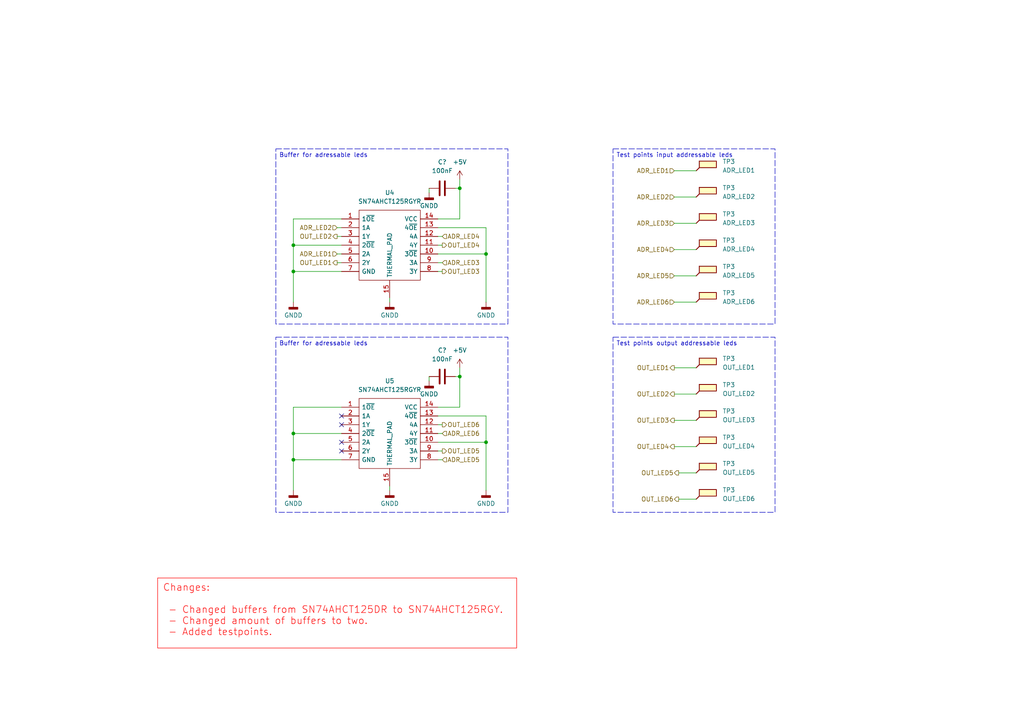
<source format=kicad_sch>
(kicad_sch (version 20230121) (generator eeschema)
  (paper "A4")
  (title_block (title "Led driver board BabySim") (date "9-12-2023") (rev "V3.0") (company "Health Concept Lab") (comment 1 "Author(s): Emiel Visser & Joris Bol"))
  (lib_symbols
    (symbol "Connector:TestPoint_Flag" (pin_numbers hide) (pin_names (offset 0.762) hide)
      (property "Reference" "TP" (at 3.429 1.778 0))
      (property "Value" "TestPoint_Flag" (at 3.302 4.191 0))
      (symbol "TestPoint_Flag_0_1"
        (polyline (pts (xy 0 0) (xy 0.889 0.889)) (stroke (width 0.254)))
        (rectangle (start 0.889 2.794) (end 5.842 0.889) (stroke (width 0.254)) (fill (type background)))
      )
      (symbol "TestPoint_Flag_1_1"
        (pin passive line (at 0 0 90) (length 0) (name "1") (number "1"))
      )
    )
    (symbol "Device:C" (pin_numbers hide) (pin_names (offset 0.254))
      (property "Reference" "C" (at 0.635 2.54 0))
      (property "Value" "C" (at 0.635 -2.54 0))
      (symbol "C_0_1"
        (polyline (pts (xy -2.032 -0.762) (xy 2.032 -0.762)) (stroke (width 0.508)))
        (polyline (pts (xy -2.032 0.762) (xy 2.032 0.762)) (stroke (width 0.508)))
      )
      (symbol "C_1_1"
        (pin passive line (at 0 3.81 270) (length 2.794) (name "~") (number "1"))
        (pin passive line (at 0 -3.81 90) (length 2.794) (name "~") (number "2"))
      )
    )
    (symbol "SamacSys_Parts:SN74AHCT125RGYR" (pin_names (offset 0.762))
      (property "Reference" "U600" (at 13.97 7.62 0))
      (property "Value" "SN74AHCT125RGYR" (at 13.97 5.08 0))
      (symbol "SN74AHCT125RGYR_0_0"
        (pin passive line (at 0 0 0) (length 5.08) (name "1~{OE}") (number "1"))
        (pin passive line (at 27.94 -10.16 180) (length 5.08) (name "3~{OE}") (number "10"))
        (pin passive line (at 27.94 -7.62 180) (length 5.08) (name "4Y") (number "11"))
        (pin passive line (at 27.94 -5.08 180) (length 5.08) (name "4A") (number "12"))
        (pin passive line (at 27.94 -2.54 180) (length 5.08) (name "4~{OE}") (number "13"))
        (pin passive line (at 27.94 0 180) (length 5.08) (name "VCC") (number "14"))
        (pin passive line (at 13.97 -22.86 90) (length 5.08) (name "THERMAL_PAD") (number "15"))
        (pin passive line (at 0 -2.54 0) (length 5.08) (name "1A") (number "2"))
        (pin passive line (at 0 -5.08 0) (length 5.08) (name "1Y") (number "3"))
        (pin passive line (at 0 -7.62 0) (length 5.08) (name "2~{OE}") (number "4"))
        (pin passive line (at 0 -10.16 0) (length 5.08) (name "2A") (number "5"))
        (pin passive line (at 0 -12.7 0) (length 5.08) (name "2Y") (number "6"))
        (pin passive line (at 0 -15.24 0) (length 5.08) (name "GND") (number "7"))
        (pin passive line (at 27.94 -15.24 180) (length 5.08) (name "3Y") (number "8"))
        (pin passive line (at 27.94 -12.7 180) (length 5.08) (name "3A") (number "9"))
      )
      (symbol "SN74AHCT125RGYR_0_1"
        (polyline (pts (xy 5.08 2.54) (xy 22.86 2.54) (xy 22.86 -17.78) (xy 5.08 -17.78) (xy 5.08 2.54)) (stroke (width 0.1524)))
      )
    )
    (symbol "power:+5V" (power) (pin_names (offset 0))
      (property "Value" "+5V" (at 0 3.556 0))
      (symbol "+5V_0_1"
        (polyline (pts (xy -0.762 1.27) (xy 0 2.54)))
        (polyline (pts (xy 0 0) (xy 0 2.54)))
        (polyline (pts (xy 0 2.54) (xy 0.762 1.27)))
      )
      (symbol "+5V_1_1"
        (pin power_in line (at 0 0 90) (length 0) hide (name "+5V") (number "1"))
      )
    )
    (symbol "power:GNDD" (power) (pin_names (offset 0))
      (property "Value" "GNDD" (at 0 -3.175 0))
      (symbol "GNDD_0_1"
        (rectangle (start -1.27 -1.524) (end 1.27 -2.032) (stroke (width 0.254)) (fill (type outline)))
        (polyline (pts (xy 0 0) (xy 0 -1.524)))
      )
      (symbol "GNDD_1_1"
        (pin power_in line (at 0 0 270) (length 0) hide (name "GNDD") (number "1"))
      )
    )
  )
  (junction (at 85.09 78.74))
  (junction (at 85.09 71.12))
  (junction (at 133.35 54.61))
  (junction (at 133.35 109.22))
  (junction (at 85.09 133.35))
  (junction (at 85.09 125.73))
  (junction (at 140.97 73.66))
  (junction (at 140.97 128.27))
  (no_connect (at 99.06 120.65))
  (no_connect (at 99.06 128.27))
  (no_connect (at 99.06 130.81))
  (no_connect (at 99.06 123.19))
  (wire (pts (xy 99.06 63.5) (xy 85.09 63.5)))
  (wire (pts (xy 127 118.11) (xy 133.35 118.11)))
  (wire (pts (xy 97.79 76.2) (xy 99.06 76.2)))
  (wire (pts (xy 127 73.66) (xy 140.97 73.66)))
  (wire (pts (xy 195.58 121.92) (xy 201.93 121.92)))
  (wire (pts (xy 127 128.27) (xy 140.97 128.27)))
  (wire (pts (xy 85.09 133.35) (xy 99.06 133.35)))
  (wire (pts (xy 85.09 78.74) (xy 99.06 78.74)))
  (wire (pts (xy 133.35 52.07) (xy 133.35 54.61)))
  (wire (pts (xy 113.03 87.63) (xy 113.03 86.36)))
  (wire (pts (xy 195.58 87.63) (xy 201.93 87.63)))
  (wire (pts (xy 195.58 49.53) (xy 201.93 49.53)))
  (wire (pts (xy 127 130.81) (xy 128.27 130.81)))
  (wire (pts (xy 113.03 142.24) (xy 113.03 140.97)))
  (wire (pts (xy 132.08 54.61) (xy 133.35 54.61)))
  (wire (pts (xy 195.58 106.68) (xy 201.93 106.68)))
  (wire (pts (xy 127 63.5) (xy 133.35 63.5)))
  (wire (pts (xy 133.35 118.11) (xy 133.35 109.22)))
  (wire (pts (xy 97.79 68.58) (xy 99.06 68.58)))
  (wire (pts (xy 85.09 125.73) (xy 85.09 133.35)))
  (wire (pts (xy 132.08 109.22) (xy 133.35 109.22)))
  (wire (pts (xy 133.35 63.5) (xy 133.35 54.61)))
  (wire (pts (xy 127 68.58) (xy 128.27 68.58)))
  (wire (pts (xy 85.09 71.12) (xy 85.09 78.74)))
  (wire (pts (xy 127 133.35) (xy 128.27 133.35)))
  (wire (pts (xy 85.09 118.11) (xy 85.09 125.73)))
  (wire (pts (xy 124.46 54.61) (xy 124.46 55.88)))
  (wire (pts (xy 124.46 109.22) (xy 124.46 110.49)))
  (wire (pts (xy 133.35 106.68) (xy 133.35 109.22)))
  (wire (pts (xy 196.85 137.16) (xy 201.93 137.16)))
  (wire (pts (xy 127 66.04) (xy 140.97 66.04)))
  (wire (pts (xy 97.79 66.04) (xy 99.06 66.04)))
  (wire (pts (xy 195.58 57.15) (xy 201.93 57.15)))
  (wire (pts (xy 85.09 71.12) (xy 99.06 71.12)))
  (wire (pts (xy 140.97 128.27) (xy 140.97 120.65)))
  (wire (pts (xy 85.09 78.74) (xy 85.09 87.63)))
  (wire (pts (xy 195.58 129.54) (xy 201.93 129.54)))
  (wire (pts (xy 97.79 73.66) (xy 99.06 73.66)))
  (wire (pts (xy 85.09 125.73) (xy 99.06 125.73)))
  (wire (pts (xy 140.97 66.04) (xy 140.97 73.66)))
  (wire (pts (xy 127 71.12) (xy 128.27 71.12)))
  (wire (pts (xy 140.97 142.24) (xy 140.97 128.27)))
  (wire (pts (xy 85.09 63.5) (xy 85.09 71.12)))
  (wire (pts (xy 99.06 118.11) (xy 85.09 118.11)))
  (wire (pts (xy 196.85 144.78) (xy 201.93 144.78)))
  (wire (pts (xy 85.09 142.24) (xy 85.09 133.35)))
  (wire (pts (xy 127 78.74) (xy 128.27 78.74)))
  (wire (pts (xy 127 123.19) (xy 128.27 123.19)))
  (wire (pts (xy 195.58 80.01) (xy 201.93 80.01)))
  (wire (pts (xy 195.58 64.77) (xy 201.93 64.77)))
  (wire (pts (xy 127 125.73) (xy 128.27 125.73)))
  (wire (pts (xy 140.97 73.66) (xy 140.97 87.63)))
  (wire (pts (xy 140.97 120.65) (xy 127 120.65)))
  (wire (pts (xy 195.58 114.3) (xy 201.93 114.3)))
  (wire (pts (xy 127 76.2) (xy 128.27 76.2)))
  (wire (pts (xy 195.58 72.39) (xy 201.93 72.39)))
  (text_box "Changes: \n\n - Changed buffers from SN74AHCT125DR to SN74AHCT125RGY.      \n - Changed amount of buffers to two.\n - Added testpoints." (at 45.72 167.64 0) (size 104.14 20.32) (stroke (width 0) (color 255 0 0 1)) (effects (font (size 2 2)) (justify left top)))
  (text_box "Test points output addressable leds" (at 177.8 97.79 0) (size 46.99 50.8) (stroke (width 0) (type dash)) (effects (font (size 1.27 1.27)) (justify left top)))
  (text_box "Buffer for adressable leds" (at 80.01 43.18 0) (size 67.31 50.8) (stroke (width 0) (type dash)) (effects (font (size 1.27 1.27)) (justify left top)))
  (text_box "Buffer for adressable leds" (at 80.01 97.79 0) (size 67.31 50.8) (stroke (width 0) (type dash)) (effects (font (size 1.27 1.27)) (justify left top)))
  (text_box "Test points input addressable leds" (at 177.8 43.18 0) (size 46.99 50.8) (stroke (width 0) (type dash)) (effects (font (size 1.27 1.27)) (justify left top)))
  (hierarchical_label "ADR_LED4" (shape input) (at 195.58 72.39 180))
  (hierarchical_label "ADR_LED5" (shape input) (at 195.58 80.01 180))
  (hierarchical_label "ADR_LED6" (shape input) (at 195.58 87.63 180))
  (hierarchical_label "OUT_LED1" (shape output) (at 97.79 76.2 180))
  (hierarchical_label "OUT_LED3" (shape output) (at 195.58 121.92 180))
  (hierarchical_label "ADR_LED5" (shape input) (at 128.27 133.35 0))
  (hierarchical_label "ADR_LED1" (shape input) (at 195.58 49.53 180))
  (hierarchical_label "OUT_LED4" (shape output) (at 128.27 71.12 0))
  (hierarchical_label "OUT_LED6" (shape output) (at 128.27 123.19 0))
  (hierarchical_label "ADR_LED2" (shape input) (at 195.58 57.15 180))
  (hierarchical_label "OUT_LED4" (shape output) (at 195.58 129.54 180))
  (hierarchical_label "ADR_LED6" (shape input) (at 128.27 125.73 0))
  (hierarchical_label "ADR_LED3" (shape input) (at 128.27 76.2 0))
  (hierarchical_label "OUT_LED3" (shape output) (at 128.27 78.74 0))
  (hierarchical_label "OUT_LED1" (shape output) (at 195.58 106.68 180))
  (hierarchical_label "OUT_LED6" (shape output) (at 196.85 144.78 180))
  (hierarchical_label "OUT_LED2" (shape output) (at 97.79 68.58 180))
  (hierarchical_label "OUT_LED5" (shape output) (at 128.27 130.81 0))
  (hierarchical_label "ADR_LED3" (shape input) (at 195.58 64.77 180))
  (hierarchical_label "ADR_LED1" (shape input) (at 97.79 73.66 180))
  (hierarchical_label "ADR_LED4" (shape input) (at 128.27 68.58 0))
  (hierarchical_label "OUT_LED5" (shape output) (at 196.85 137.16 180))
  (hierarchical_label "ADR_LED2" (shape input) (at 97.79 66.04 180))
  (hierarchical_label "OUT_LED2" (shape output) (at 195.58 114.3 180))
  (symbol (lib_id "Connector:TestPoint_Flag") (at 201.93 106.68 0) (unit 1)
    (property "Reference" "TP3" (at 209.55 104.013 0) (effects (justify left)))
    (property "Value" "OUT_LED1" (at 209.55 106.553 0) (effects (justify left)))
    (property "Footprint" "TestPoint:TestPoint_Pad_D1.5mm" (effects hide))
    (instances (project "LedDriverBoard_V3" (path "" (reference "TP3") (unit 1)) (path "" (reference "TP37") (unit 1))))
  )
  (symbol (lib_id "power:GNDD") (at 124.46 110.49 0) (unit 1)
    (property "Reference" "#PWR?" (effects hide))
    (property "Value" "GNDD" (at 124.46 114.3 0))
    (instances (project "LedDriverBoard_V3" (path "" (reference "#PWR?") (unit 1)) (path "" (reference "#PWR076") (unit 1))))
  )
  (symbol (lib_id "SamacSys_Parts:SN74AHCT125RGYR") (at 99.06 118.11 0) (unit 1)
    (property "Reference" "U5" (at 113.03 110.49 0))
    (property "Value" "SN74AHCT125RGYR" (at 113.03 113.03 0))
    (property "Footprint" "SamacSys_Parts:RGY-_S-PVQFN-N14_" (effects hide))
    (property "Datasheet" "http://www.ti.com/lit/ds/symlink/sn74ahct125.pdf" (effects hide))
    (property "Description" "Texas Instruments SN74AHCT125RGYR, Quad Bus Buffer, 10 ns@ 50 pF 8mA, 4.5  5.5 V, 14-Pin VQFN" (effects hide))
    (property "Manufacturer_Name" "Texas Instruments" (effects hide))
    (property "Manufacturer_Part_Number" "SN74AHCT125RGYR" (effects hide))
    (property "Mouser Part Number" "595-SN74AHCT125RGYR" (effects hide))
    (property "Mouser Price/Stock" "https://www.mouser.co.uk/ProductDetail/Texas-Instruments/SN74AHCT125RGYR?qs=WzgTT80quPG58uovxcQWdQ%3D%3D" (effects hide))
    (property "Arrow Part Number" "SN74AHCT125RGYR" (effects hide))
    (property "Arrow Price/Stock" "https://www.arrow.com/en/products/sn74ahct125rgyr/texas-instruments?region=nac" (effects hide))
  )
  (symbol (lib_id "power:GNDD") (at 140.97 87.63 0) (unit 1)
    (property "Reference" "#PWR?" (effects hide))
    (property "Value" "GNDD" (at 140.97 91.44 0))
    (instances (project "LedDriverBoard_V3" (path "" (reference "#PWR?") (unit 1)) (path "" (reference "#PWR079") (unit 1))))
  )
  (symbol (lib_id "power:GNDD") (at 113.03 87.63 0) (unit 1)
    (property "Reference" "#PWR?" (effects hide))
    (property "Value" "GNDD" (at 113.03 91.44 0))
    (instances (project "LedDriverBoard_V3" (path "" (reference "#PWR?") (unit 1)) (path "" (reference "#PWR073") (unit 1))))
  )
  (symbol (lib_id "power:+5V") (at 133.35 52.07 0) (unit 1)
    (property "Reference" "#PWR077" (effects hide))
    (property "Value" "+5V" (at 133.35 46.99 0))
  )
  (symbol (lib_id "Connector:TestPoint_Flag") (at 201.93 72.39 0) (unit 1)
    (property "Reference" "TP3" (at 209.55 69.723 0) (effects (justify left)))
    (property "Value" "ADR_LED4" (at 209.55 72.263 0) (effects (justify left)))
    (property "Footprint" "TestPoint:TestPoint_Pad_D1.5mm" (effects hide))
    (instances (project "LedDriverBoard_V3" (path "" (reference "TP3") (unit 1)) (path "" (reference "TP34") (unit 1))))
  )
  (symbol (lib_id "SamacSys_Parts:SN74AHCT125RGYR") (at 99.06 63.5 0) (unit 1)
    (property "Reference" "U4" (at 113.03 55.88 0))
    (property "Value" "SN74AHCT125RGYR" (at 113.03 58.42 0))
    (property "Footprint" "SamacSys_Parts:RGY-_S-PVQFN-N14_" (effects hide))
    (property "Datasheet" "http://www.ti.com/lit/ds/symlink/sn74ahct125.pdf" (effects hide))
    (property "Description" "Texas Instruments SN74AHCT125RGYR, Quad Bus Buffer, 10 ns@ 50 pF 8mA, 4.5  5.5 V, 14-Pin VQFN" (effects hide))
    (property "Manufacturer_Name" "Texas Instruments" (effects hide))
    (property "Manufacturer_Part_Number" "SN74AHCT125RGYR" (effects hide))
    (property "Mouser Part Number" "595-SN74AHCT125RGYR" (effects hide))
    (property "Mouser Price/Stock" "https://www.mouser.co.uk/ProductDetail/Texas-Instruments/SN74AHCT125RGYR?qs=WzgTT80quPG58uovxcQWdQ%3D%3D" (effects hide))
    (property "Arrow Part Number" "SN74AHCT125RGYR" (effects hide))
    (property "Arrow Price/Stock" "https://www.arrow.com/en/products/sn74ahct125rgyr/texas-instruments?region=nac" (effects hide))
  )
  (symbol (lib_id "Connector:TestPoint_Flag") (at 201.93 144.78 0) (unit 1)
    (property "Reference" "TP3" (at 209.55 142.113 0) (effects (justify left)))
    (property "Value" "OUT_LED6" (at 209.55 144.653 0) (effects (justify left)))
    (property "Footprint" "TestPoint:TestPoint_Pad_D1.5mm" (effects hide))
    (instances (project "LedDriverBoard_V3" (path "" (reference "TP3") (unit 1)) (path "" (reference "TP42") (unit 1))))
  )
  (symbol (lib_id "Connector:TestPoint_Flag") (at 201.93 87.63 0) (unit 1)
    (property "Reference" "TP3" (at 209.55 84.963 0) (effects (justify left)))
    (property "Value" "ADR_LED6" (at 209.55 87.503 0) (effects (justify left)))
    (property "Footprint" "TestPoint:TestPoint_Pad_D1.5mm" (effects hide))
    (instances (project "LedDriverBoard_V3" (path "" (reference "TP3") (unit 1)) (path "" (reference "TP36") (unit 1))))
  )
  (symbol (lib_id "power:GNDD") (at 140.97 142.24 0) (unit 1)
    (property "Reference" "#PWR?" (effects hide))
    (property "Value" "GNDD" (at 140.97 146.05 0))
    (instances (project "LedDriverBoard_V3" (path "" (reference "#PWR?") (unit 1)) (path "" (reference "#PWR080") (unit 1))))
  )
  (symbol (lib_id "Connector:TestPoint_Flag") (at 201.93 129.54 0) (unit 1)
    (property "Reference" "TP3" (at 209.55 126.873 0) (effects (justify left)))
    (property "Value" "OUT_LED4" (at 209.55 129.413 0) (effects (justify left)))
    (property "Footprint" "TestPoint:TestPoint_Pad_D1.5mm" (effects hide))
    (instances (project "LedDriverBoard_V3" (path "" (reference "TP3") (unit 1)) (path "" (reference "TP40") (unit 1))))
  )
  (symbol (lib_id "Device:C") (at 128.27 54.61 270) (unit 1)
    (property "Reference" "C?" (at 128.27 46.99 90))
    (property "Value" "100nF" (at 128.27 49.53 90))
    (property "Footprint" "Capacitor_SMD:C_0603_1608Metric_Pad1.08x0.95mm_HandSolder" (effects hide))
    (instances (project "LedDriverBoard_V3" (path "" (reference "C?") (unit 1)) (path "" (reference "C?") (unit 1)) (path "" (reference "C19") (unit 1))))
  )
  (symbol (lib_id "power:GNDD") (at 124.46 55.88 0) (unit 1)
    (property "Reference" "#PWR?" (effects hide))
    (property "Value" "GNDD" (at 124.46 59.69 0))
    (instances (project "LedDriverBoard_V3" (path "" (reference "#PWR?") (unit 1)) (path "" (reference "#PWR075") (unit 1))))
  )
  (symbol (lib_id "Connector:TestPoint_Flag") (at 201.93 80.01 0) (unit 1)
    (property "Reference" "TP3" (at 209.55 77.343 0) (effects (justify left)))
    (property "Value" "ADR_LED5" (at 209.55 79.883 0) (effects (justify left)))
    (property "Footprint" "TestPoint:TestPoint_Pad_D1.5mm" (effects hide))
    (instances (project "LedDriverBoard_V3" (path "" (reference "TP3") (unit 1)) (path "" (reference "TP35") (unit 1))))
  )
  (symbol (lib_id "Device:C") (at 128.27 109.22 270) (unit 1)
    (property "Reference" "C?" (at 128.27 101.6 90))
    (property "Value" "100nF" (at 128.27 104.14 90))
    (property "Footprint" "Capacitor_SMD:C_0603_1608Metric_Pad1.08x0.95mm_HandSolder" (effects hide))
    (instances (project "LedDriverBoard_V3" (path "" (reference "C?") (unit 1)) (path "" (reference "C?") (unit 1)) (path "" (reference "C20") (unit 1))))
  )
  (symbol (lib_id "Connector:TestPoint_Flag") (at 201.93 49.53 0) (unit 1)
    (property "Reference" "TP3" (at 209.55 46.863 0) (effects (justify left)))
    (property "Value" "ADR_LED1" (at 209.55 49.403 0) (effects (justify left)))
    (property "Footprint" "TestPoint:TestPoint_Pad_D1.5mm" (effects hide))
    (instances (project "LedDriverBoard_V3" (path "" (reference "TP3") (unit 1)) (path "" (reference "TP31") (unit 1))))
  )
  (symbol (lib_id "Connector:TestPoint_Flag") (at 201.93 137.16 0) (unit 1)
    (property "Reference" "TP3" (at 209.55 134.493 0) (effects (justify left)))
    (property "Value" "OUT_LED5" (at 209.55 137.033 0) (effects (justify left)))
    (property "Footprint" "TestPoint:TestPoint_Pad_D1.5mm" (effects hide))
    (instances (project "LedDriverBoard_V3" (path "" (reference "TP3") (unit 1)) (path "" (reference "TP41") (unit 1))))
  )
  (symbol (lib_id "Connector:TestPoint_Flag") (at 201.93 114.3 0) (unit 1)
    (property "Reference" "TP3" (at 209.55 111.633 0) (effects (justify left)))
    (property "Value" "OUT_LED2" (at 209.55 114.173 0) (effects (justify left)))
    (property "Footprint" "TestPoint:TestPoint_Pad_D1.5mm" (effects hide))
    (instances (project "LedDriverBoard_V3" (path "" (reference "TP3") (unit 1)) (path "" (reference "TP38") (unit 1))))
  )
  (symbol (lib_id "Connector:TestPoint_Flag") (at 201.93 64.77 0) (unit 1)
    (property "Reference" "TP3" (at 209.55 62.103 0) (effects (justify left)))
    (property "Value" "ADR_LED3" (at 209.55 64.643 0) (effects (justify left)))
    (property "Footprint" "TestPoint:TestPoint_Pad_D1.5mm" (effects hide))
    (instances (project "LedDriverBoard_V3" (path "" (reference "TP3") (unit 1)) (path "" (reference "TP33") (unit 1))))
  )
  (symbol (lib_id "power:GNDD") (at 113.03 142.24 0) (unit 1)
    (property "Reference" "#PWR?" (effects hide))
    (property "Value" "GNDD" (at 113.03 146.05 0))
    (instances (project "LedDriverBoard_V3" (path "" (reference "#PWR?") (unit 1)) (path "" (reference "#PWR074") (unit 1))))
  )
  (symbol (lib_id "power:GNDD") (at 85.09 142.24 0) (unit 1)
    (property "Reference" "#PWR?" (effects hide))
    (property "Value" "GNDD" (at 85.09 146.05 0))
    (instances (project "LedDriverBoard_V3" (path "" (reference "#PWR?") (unit 1)) (path "" (reference "#PWR072") (unit 1))))
  )
  (symbol (lib_id "power:+5V") (at 133.35 106.68 0) (unit 1)
    (property "Reference" "#PWR078" (effects hide))
    (property "Value" "+5V" (at 133.35 101.6 0))
  )
  (symbol (lib_id "Connector:TestPoint_Flag") (at 201.93 121.92 0) (unit 1)
    (property "Reference" "TP3" (at 209.55 119.253 0) (effects (justify left)))
    (property "Value" "OUT_LED3" (at 209.55 121.793 0) (effects (justify left)))
    (property "Footprint" "TestPoint:TestPoint_Pad_D1.5mm" (effects hide))
    (instances (project "LedDriverBoard_V3" (path "" (reference "TP3") (unit 1)) (path "" (reference "TP39") (unit 1))))
  )
  (symbol (lib_id "Connector:TestPoint_Flag") (at 201.93 57.15 0) (unit 1)
    (property "Reference" "TP3" (at 209.55 54.483 0) (effects (justify left)))
    (property "Value" "ADR_LED2" (at 209.55 57.023 0) (effects (justify left)))
    (property "Footprint" "TestPoint:TestPoint_Pad_D1.5mm" (effects hide))
    (instances (project "LedDriverBoard_V3" (path "" (reference "TP3") (unit 1)) (path "" (reference "TP32") (unit 1))))
  )
  (symbol (lib_id "power:GNDD") (at 85.09 87.63 0) (unit 1)
    (property "Reference" "#PWR?" (effects hide))
    (property "Value" "GNDD" (at 85.09 91.44 0))
    (instances (project "LedDriverBoard_V3" (path "" (reference "#PWR?") (unit 1)) (path "" (reference "#PWR071") (unit 1))))
  )
)
</source>
